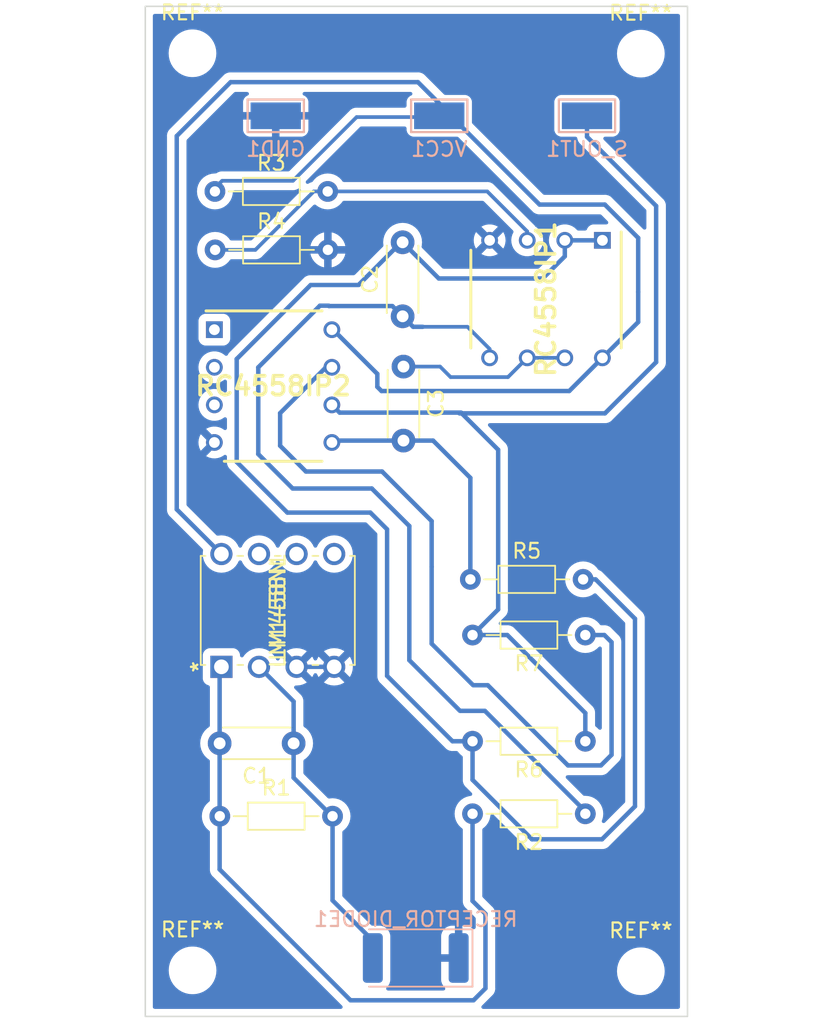
<source format=kicad_pcb>
(kicad_pcb (version 20211014) (generator pcbnew)
  (layers (0 "F.Cu" signal) (31 "B.Cu" signal) (34 "B.Paste" user) (35 "F.Paste" user) (36 "B.SilkS" user "B.Silkscreen") (37 "F.SilkS" user "F.Silkscreen") (38 "B.Mask" user) (39 "F.Mask" user) (44 "Edge.Cuts" user))
  (net 0 "")
  (net 1 "Net-(C1-Pad1)")
  (net 2 "/SIGNAL_2")
  (net 3 "Net-(C1-Pad2)")
  (net 4 "Net-(C3-Pad1)")
  (net 5 "/SIGNAL_1")
  (net 6 "/PWD_1.65")
  (net 7 "VCC")
  (net 8 "GND")
  (net 12 "Net-(R3-Pad2)")
  (net 13 "Net-(R6-Pad1)")
  (net 14 "Net-(R7-Pad1)")
  (footprint "Custom:MC1458N" (layer "F.Cu") (at 177.769127 152.510988 90)
    (fp_text reference "LM1458N1" (at 3.81 3.81 90) (layer "F.SilkS"))
    (fp_text value "LM1458N" (at 3.81 3.81 90) (layer "F.SilkS"))
    (fp_text user "*" (at 0 -1.5113 90) (layer "F.SilkS"))
    (fp_text user "*" (at 0 -1.5113 90) (layer "F.SilkS"))
    (fp_line (start 0.127 -1.397) (end 0.127 -1.08204) (layer "F.SilkS") (width 0.12))
    (fp_line (start 0.127 9.017) (end 7.493 9.017) (layer "F.SilkS") (width 0.12))
    (fp_line (start 7.493 6.545439) (end 7.493 6.154561) (layer "F.SilkS") (width 0.12))
    (fp_line (start 0.127 1.08204) (end 0.127 1.465439) (layer "F.SilkS") (width 0.12))
    (fp_line (start 0.127 3.614561) (end 0.127 4.005439) (layer "F.SilkS") (width 0.12))
    (fp_line (start 7.493 4.005439) (end 7.493 3.614561) (layer "F.SilkS") (width 0.12))
    (fp_line (start 7.493 9.017) (end 7.493 8.694561) (layer "F.SilkS") (width 0.12))
    (fp_line (start 0.127 8.694561) (end 0.127 9.017) (layer "F.SilkS") (width 0.12))
    (fp_line (start 7.493 -1.397) (end 0.127 -1.397) (layer "F.SilkS") (width 0.12))
    (fp_line (start 7.493 -1.074561) (end 7.493 -1.397) (layer "F.SilkS") (width 0.12))
    (fp_line (start 0.127 6.154561) (end 0.127 6.545439) (layer "F.SilkS") (width 0.12))
    (fp_line (start 7.493 1.465439) (end 7.493 1.074561) (layer "F.SilkS") (width 0.12))
    (pad "1" thru_hole rect locked (at 0 0 90) (size 1.4986 1.4986) (drill 0.9906) (layers *.Cu *.Mask) (net 3 "Net-(C1-Pad2)"))
    (pad "2" thru_hole circle locked (at 0 2.54 90) (size 1.4986 1.4986) (drill 0.9906) (layers *.Cu *.Mask) (net 1 "Net-(C1-Pad1)"))
    (pad "3" thru_hole circle locked (at 0 5.08 90) (size 1.4986 1.4986) (drill 0.9906) (layers *.Cu *.Mask) (net 8 "GND"))
    (pad "4" thru_hole circle locked (at 0 7.62 90) (size 1.4986 1.4986) (drill 0.9906) (layers *.Cu *.Mask) (net 8 "GND"))
    (pad "5" thru_hole circle locked (at 7.62 7.62 90) (size 1.4986 1.4986) (drill 0.9906) (layers *.Cu *.Mask))
    (pad "6" thru_hole circle locked (at 7.62 5.08 90) (size 1.4986 1.4986) (drill 0.9906) (layers *.Cu *.Mask))
    (pad "7" thru_hole circle locked (at 7.62 2.54 90) (size 1.4986 1.4986) (drill 0.9906) (layers *.Cu *.Mask))
    (pad "8" thru_hole circle locked (at 7.62 0 90) (size 1.4986 1.4986) (drill 0.9906) (layers *.Cu *.Mask) (net 7 "VCC"))
  )
  (footprint "MountingHole:MountingHole_2.2mm_M2_ISO7380" (layer "F.Cu") (at 175.814829 111.061317)
    (fp_text reference "REF**" (at 0 -2.75) (layer "F.SilkS"))
    (fp_text value "MountingHole_2.2mm_M2_ISO7380")
    (pad "" np_thru_hole circle (at 0 0) (size 2.2 2.2) (drill 2.2) (layers *.Cu *.Mask))
  )
  (footprint "MountingHole:MountingHole_2.2mm_M2_ISO7380" (layer "F.Cu") (at 175.821026 173.015894)
    (fp_text reference "REF**" (at 0 -2.75) (layer "F.SilkS"))
    (fp_text value "MountingHole_2.2mm_M2_ISO7380")
    (pad "" np_thru_hole circle (at 0 0) (size 2.2 2.2) (drill 2.2) (layers *.Cu *.Mask))
  )
  (footprint "Resistor_THT:R_Axial_DIN0204_L3.6mm_D1.6mm_P7.62mm_Horizontal" (layer "F.Cu") (at 177.343764 124.342925)
    (fp_text reference "R4" (at 3.81 -1.92) (layer "F.SilkS"))
    (fp_text value "10k")
    (fp_line (start 5.73 0.92) (end 5.73 -0.92) (layer "F.SilkS") (width 0.12))
    (fp_line (start 1.89 0.92) (end 5.73 0.92) (layer "F.SilkS") (width 0.12))
    (fp_line (start 5.73 -0.92) (end 1.89 -0.92) (layer "F.SilkS") (width 0.12))
    (fp_line (start 0.94 0) (end 1.89 0) (layer "F.SilkS") (width 0.12))
    (fp_line (start 6.68 0) (end 5.73 0) (layer "F.SilkS") (width 0.12))
    (fp_line (start 1.89 -0.92) (end 1.89 0.92) (layer "F.SilkS") (width 0.12))
    (pad "1" thru_hole circle (at 0 0) (size 1.4 1.4) (drill 0.7) (layers *.Cu *.Mask) (net 12 "Net-(R3-Pad2)"))
    (pad "2" thru_hole oval (at 7.62 0) (size 1.4 1.4) (drill 0.7) (layers *.Cu *.Mask) (net 8 "GND"))
  )
  (footprint "Resistor_THT:R_Axial_DIN0204_L3.6mm_D1.6mm_P7.62mm_Horizontal" (layer "F.Cu") (at 202.359337 157.53817 180)
    (fp_text reference "R6" (at 3.81 -1.92) (layer "F.SilkS"))
    (fp_text value "1k")
    (fp_line (start 5.73 0.92) (end 5.73 -0.92) (layer "F.SilkS") (width 0.12))
    (fp_line (start 5.73 -0.92) (end 1.89 -0.92) (layer "F.SilkS") (width 0.12))
    (fp_line (start 1.89 0.92) (end 5.73 0.92) (layer "F.SilkS") (width 0.12))
    (fp_line (start 1.89 -0.92) (end 1.89 0.92) (layer "F.SilkS") (width 0.12))
    (fp_line (start 0.94 0) (end 1.89 0) (layer "F.SilkS") (width 0.12))
    (fp_line (start 6.68 0) (end 5.73 0) (layer "F.SilkS") (width 0.12))
    (pad "1" thru_hole circle (at 0 0 180) (size 1.4 1.4) (drill 0.7) (layers *.Cu *.Mask) (net 13 "Net-(R6-Pad1)"))
    (pad "2" thru_hole oval (at 7.62 0 180) (size 1.4 1.4) (drill 0.7) (layers *.Cu *.Mask) (net 6 "/PWD_1.65"))
  )
  (footprint "Custom:DIP794W53P254L959H508Q8N" (layer "F.Cu") (at 181.264626 133.54483)
    (fp_text reference "RC4558IP2" (at 0 0) (layer "F.SilkS") (effects (font (size 1.27 1.27) (thickness 0.254))))
    (fp_text value "RC4558IP" hide)
    (fp_line (start -3.3 5.08) (end 3.3 5.08) (layer "F.SilkS") (width 0.2))
    (fp_line (start -4.535 -5.08) (end 3.3 -5.08) (layer "F.SilkS") (width 0.2))
    (pad "1" thru_hole rect locked (at -3.97 -3.81) (size 1.13 1.13) (drill 0.73) (layers *.Cu *.Mask))
    (pad "2" thru_hole circle locked (at -3.97 -1.27) (size 1.13 1.13) (drill 0.73) (layers *.Cu *.Mask))
    (pad "3" thru_hole circle locked (at -3.97 1.27) (size 1.13 1.13) (drill 0.73) (layers *.Cu *.Mask))
    (pad "4" thru_hole circle locked (at -3.97 3.81) (size 1.13 1.13) (drill 0.73) (layers *.Cu *.Mask) (net 8 "GND"))
    (pad "5" thru_hole circle locked (at 3.97 3.81) (size 1.13 1.13) (drill 0.73) (layers *.Cu *.Mask) (net 2 "/SIGNAL_2"))
    (pad "6" thru_hole circle locked (at 3.97 1.27) (size 1.13 1.13) (drill 0.73) (layers *.Cu *.Mask) (net 13 "Net-(R6-Pad1)"))
    (pad "7" thru_hole circle locked (at 3.97 -1.27) (size 1.13 1.13) (drill 0.73) (layers *.Cu *.Mask) (net 14 "Net-(R7-Pad1)"))
    (pad "8" thru_hole circle locked (at 3.97 -3.81) (size 1.13 1.13) (drill 0.73) (layers *.Cu *.Mask) (net 7 "VCC"))
  )
  (footprint "Resistor_THT:R_Axial_DIN0204_L3.6mm_D1.6mm_P7.62mm_Horizontal" (layer "F.Cu") (at 202.359337 150.36357 180)
    (fp_text reference "R7" (at 3.81 -1.92) (layer "F.SilkS"))
    (fp_text value "100k")
    (fp_line (start 5.73 0.92) (end 5.73 -0.92) (layer "F.SilkS") (width 0.12))
    (fp_line (start 6.68 0) (end 5.73 0) (layer "F.SilkS") (width 0.12))
    (fp_line (start 5.73 -0.92) (end 1.89 -0.92) (layer "F.SilkS") (width 0.12))
    (fp_line (start 1.89 0.92) (end 5.73 0.92) (layer "F.SilkS") (width 0.12))
    (fp_line (start 0.94 0) (end 1.89 0) (layer "F.SilkS") (width 0.12))
    (fp_line (start 1.89 -0.92) (end 1.89 0.92) (layer "F.SilkS") (width 0.12))
    (pad "1" thru_hole circle (at 0 0 180) (size 1.4 1.4) (drill 0.7) (layers *.Cu *.Mask) (net 14 "Net-(R7-Pad1)"))
    (pad "2" thru_hole oval (at 7.62 0 180) (size 1.4 1.4) (drill 0.7) (layers *.Cu *.Mask) (net 13 "Net-(R6-Pad1)"))
  )
  (footprint "Capacitor_THT:C_Disc_D4.3mm_W1.9mm_P5.00mm" (layer "F.Cu") (at 182.649484 157.677955 180)
    (fp_text reference "C1" (at 2.5 -2.2 180) (layer "F.SilkS"))
    (fp_text value "15p")
    (fp_line (start 4.77 -1.07) (end 4.77 -1.055) (layer "F.SilkS") (width 0.12))
    (fp_line (start 0.23 1.055) (end 0.23 1.07) (layer "F.SilkS") (width 0.12))
    (fp_line (start 0.23 -1.07) (end 4.77 -1.07) (layer "F.SilkS") (width 0.12))
    (fp_line (start 0.23 1.07) (end 4.77 1.07) (layer "F.SilkS") (width 0.12))
    (fp_line (start 0.23 -1.07) (end 0.23 -1.055) (layer "F.SilkS") (width 0.12))
    (fp_line (start 4.77 1.055) (end 4.77 1.07) (layer "F.SilkS") (width 0.12))
    (pad "1" thru_hole circle (at 0 0 180) (size 1.6 1.6) (drill 0.8) (layers *.Cu *.Mask) (net 1 "Net-(C1-Pad1)"))
    (pad "2" thru_hole circle (at 5 0 180) (size 1.6 1.6) (drill 0.8) (layers *.Cu *.Mask) (net 3 "Net-(C1-Pad2)"))
  )
  (footprint "MountingHole:MountingHole_2.2mm_M2_ISO7380" (layer "F.Cu") (at 206.111167 111.086908)
    (fp_text reference "REF**" (at 0 -2.75) (layer "F.SilkS"))
    (fp_text value "MountingHole_2.2mm_M2_ISO7380")
    (pad "" np_thru_hole circle (at 0 0) (size 2.2 2.2) (drill 2.2) (layers *.Cu *.Mask))
  )
  (footprint "MountingHole:MountingHole_2.2mm_M2_ISO7380" (layer "F.Cu") (at 206.111167 173.075104)
    (fp_text reference "REF**" (at 0 -2.75) (layer "F.SilkS"))
    (fp_text value "MountingHole_2.2mm_M2_ISO7380")
    (pad "" np_thru_hole circle (at 0 0) (size 2.2 2.2) (drill 2.2) (layers *.Cu *.Mask))
  )
  (footprint "Resistor_THT:R_Axial_DIN0204_L3.6mm_D1.6mm_P7.62mm_Horizontal" (layer "F.Cu") (at 194.59087 146.60241)
    (fp_text reference "R5" (at 3.81 -1.92) (layer "F.SilkS"))
    (fp_text value "25k")
    (fp_line (start 1.89 0.92) (end 5.73 0.92) (layer "F.SilkS") (width 0.12))
    (fp_line (start 0.94 0) (end 1.89 0) (layer "F.SilkS") (width 0.12))
    (fp_line (start 1.89 -0.92) (end 1.89 0.92) (layer "F.SilkS") (width 0.12))
    (fp_line (start 6.68 0) (end 5.73 0) (layer "F.SilkS") (width 0.12))
    (fp_line (start 5.73 0.92) (end 5.73 -0.92) (layer "F.SilkS") (width 0.12))
    (fp_line (start 5.73 -0.92) (end 1.89 -0.92) (layer "F.SilkS") (width 0.12))
    (pad "1" thru_hole circle (at 0 0) (size 1.4 1.4) (drill 0.7) (layers *.Cu *.Mask) (net 2 "/SIGNAL_2"))
    (pad "2" thru_hole oval (at 7.62 0) (size 1.4 1.4) (drill 0.7) (layers *.Cu *.Mask) (net 6 "/PWD_1.65"))
  )
  (footprint "Custom:DIP794W53P254L959H508Q8N" (layer "F.Cu") (at 199.703646 127.6681 -90)
    (fp_text reference "RC4558IP1" (at 0 0 90) (layer "F.SilkS") (effects (font (size 1.27 1.27) (thickness 0.254))))
    (fp_text value "RC4558IP" hide)
    (fp_line (start -4.535 -5.08) (end 3.3 -5.08) (layer "F.SilkS") (width 0.2))
    (fp_line (start -3.3 5.08) (end 3.3 5.08) (layer "F.SilkS") (width 0.2))
    (pad "1" thru_hole rect locked (at -3.97 -3.81 270) (size 1.13 1.13) (drill 0.73) (layers *.Cu *.Mask) (net 6 "/PWD_1.65"))
    (pad "2" thru_hole circle locked (at -3.97 -1.27 270) (size 1.13 1.13) (drill 0.73) (layers *.Cu *.Mask) (net 6 "/PWD_1.65"))
    (pad "3" thru_hole circle locked (at -3.97 1.27 270) (size 1.13 1.13) (drill 0.73) (layers *.Cu *.Mask) (net 12 "Net-(R3-Pad2)"))
    (pad "4" thru_hole circle locked (at -3.97 3.81 270) (size 1.13 1.13) (drill 0.73) (layers *.Cu *.Mask) (net 8 "GND"))
    (pad "5" thru_hole circle locked (at 3.97 3.81 270) (size 1.13 1.13) (drill 0.73) (layers *.Cu *.Mask) (net 5 "/SIGNAL_1"))
    (pad "6" thru_hole circle locked (at 3.97 1.27 270) (size 1.13 1.13) (drill 0.73) (layers *.Cu *.Mask) (net 4 "Net-(C3-Pad1)"))
    (pad "7" thru_hole circle locked (at 3.97 -1.27 270) (size 1.13 1.13) (drill 0.73) (layers *.Cu *.Mask) (net 4 "Net-(C3-Pad1)"))
    (pad "8" thru_hole circle locked (at 3.97 -3.81 270) (size 1.13 1.13) (drill 0.73) (layers *.Cu *.Mask) (net 7 "VCC"))
  )
  (footprint "Capacitor_THT:C_Disc_D4.3mm_W1.9mm_P5.00mm" (layer "F.Cu") (at 190.071528 132.228033 -90)
    (fp_text reference "C3" (at 2.5 -2.2 -90) (layer "F.SilkS"))
    (fp_text value "10u")
    (fp_line (start 0.23 -1.07) (end 0.23 -1.055) (layer "F.SilkS") (width 0.12))
    (fp_line (start 0.23 1.07) (end 4.77 1.07) (layer "F.SilkS") (width 0.12))
    (fp_line (start 0.23 1.055) (end 0.23 1.07) (layer "F.SilkS") (width 0.12))
    (fp_line (start 4.77 -1.07) (end 4.77 -1.055) (layer "F.SilkS") (width 0.12))
    (fp_line (start 0.23 -1.07) (end 4.77 -1.07) (layer "F.SilkS") (width 0.12))
    (fp_line (start 4.77 1.055) (end 4.77 1.07) (layer "F.SilkS") (width 0.12))
    (pad "1" thru_hole circle (at 0 0 270) (size 1.6 1.6) (drill 0.8) (layers *.Cu *.Mask) (net 4 "Net-(C3-Pad1)"))
    (pad "2" thru_hole circle (at 5 0 270) (size 1.6 1.6) (drill 0.8) (layers *.Cu *.Mask) (net 2 "/SIGNAL_2"))
  )
  (footprint "Capacitor_THT:C_Disc_D4.3mm_W1.9mm_P5.00mm" (layer "F.Cu") (at 190.013791 128.831091 90)
    (fp_text reference "C2" (at 2.5 -2.2 90) (layer "F.SilkS"))
    (fp_text value "100n")
    (fp_line (start 0.23 1.07) (end 4.77 1.07) (layer "F.SilkS") (width 0.12))
    (fp_line (start 4.77 1.055) (end 4.77 1.07) (layer "F.SilkS") (width 0.12))
    (fp_line (start 0.23 -1.07) (end 4.77 -1.07) (layer "F.SilkS") (width 0.12))
    (fp_line (start 0.23 1.055) (end 0.23 1.07) (layer "F.SilkS") (width 0.12))
    (fp_line (start 0.23 -1.07) (end 0.23 -1.055) (layer "F.SilkS") (width 0.12))
    (fp_line (start 4.77 -1.07) (end 4.77 -1.055) (layer "F.SilkS") (width 0.12))
    (pad "1" thru_hole circle (at 0 0 90) (size 1.6 1.6) (drill 0.8) (layers *.Cu *.Mask) (net 5 "/SIGNAL_1"))
    (pad "2" thru_hole circle (at 5 0 90) (size 1.6 1.6) (drill 0.8) (layers *.Cu *.Mask) (net 6 "/PWD_1.65"))
  )
  (footprint "Resistor_THT:R_Axial_DIN0204_L3.6mm_D1.6mm_P7.62mm_Horizontal" (layer "F.Cu") (at 177.660241 162.601163)
    (fp_text reference "R1" (at 3.81 -1.92) (layer "F.SilkS"))
    (fp_text value "100k")
    (fp_line (start 0.94 0) (end 1.89 0) (layer "F.SilkS") (width 0.12))
    (fp_line (start 6.68 0) (end 5.73 0) (layer "F.SilkS") (width 0.12))
    (fp_line (start 5.73 -0.92) (end 1.89 -0.92) (layer "F.SilkS") (width 0.12))
    (fp_line (start 5.73 0.92) (end 5.73 -0.92) (layer "F.SilkS") (width 0.12))
    (fp_line (start 1.89 0.92) (end 5.73 0.92) (layer "F.SilkS") (width 0.12))
    (fp_line (start 1.89 -0.92) (end 1.89 0.92) (layer "F.SilkS") (width 0.12))
    (pad "1" thru_hole circle (at 0 0) (size 1.4 1.4) (drill 0.7) (layers *.Cu *.Mask) (net 3 "Net-(C1-Pad2)"))
    (pad "2" thru_hole oval (at 7.62 0) (size 1.4 1.4) (drill 0.7) (layers *.Cu *.Mask) (net 1 "Net-(C1-Pad1)"))
  )
  (footprint "Resistor_THT:R_Axial_DIN0204_L3.6mm_D1.6mm_P7.62mm_Horizontal" (layer "F.Cu") (at 177.331371 120.395159)
    (fp_text reference "R3" (at 3.81 -1.92) (layer "F.SilkS"))
    (fp_text value "10k")
    (fp_line (start 5.73 -0.92) (end 1.89 -0.92) (layer "F.SilkS") (width 0.12))
    (fp_line (start 1.89 -0.92) (end 1.89 0.92) (layer "F.SilkS") (width 0.12))
    (fp_line (start 1.89 0.92) (end 5.73 0.92) (layer "F.SilkS") (width 0.12))
    (fp_line (start 6.68 0) (end 5.73 0) (layer "F.SilkS") (width 0.12))
    (fp_line (start 0.94 0) (end 1.89 0) (layer "F.SilkS") (width 0.12))
    (fp_line (start 5.73 0.92) (end 5.73 -0.92) (layer "F.SilkS") (width 0.12))
    (pad "1" thru_hole circle (at 0 0) (size 1.4 1.4) (drill 0.7) (layers *.Cu *.Mask) (net 7 "VCC"))
    (pad "2" thru_hole oval (at 7.62 0) (size 1.4 1.4) (drill 0.7) (layers *.Cu *.Mask) (net 12 "Net-(R3-Pad2)"))
  )
  (footprint "Resistor_THT:R_Axial_DIN0204_L3.6mm_D1.6mm_P7.62mm_Horizontal" (layer "F.Cu") (at 202.359337 162.437577 180)
    (fp_text reference "R2" (at 3.81 -1.92) (layer "F.SilkS"))
    (fp_text value "330k")
    (fp_line (start 5.73 -0.92) (end 1.89 -0.92) (layer "F.SilkS") (width 0.12))
    (fp_line (start 6.68 0) (end 5.73 0) (layer "F.SilkS") (width 0.12))
    (fp_line (start 5.73 0.92) (end 5.73 -0.92) (layer "F.SilkS") (width 0.12))
    (fp_line (start 1.89 -0.92) (end 1.89 0.92) (layer "F.SilkS") (width 0.12))
    (fp_line (start 1.89 0.92) (end 5.73 0.92) (layer "F.SilkS") (width 0.12))
    (fp_line (start 0.94 0) (end 1.89 0) (layer "F.SilkS") (width 0.12))
    (pad "1" thru_hole circle (at 0 0 180) (size 1.4 1.4) (drill 0.7) (layers *.Cu *.Mask) (net 5 "/SIGNAL_1"))
    (pad "2" thru_hole oval (at 7.62 0 180) (size 1.4 1.4) (drill 0.7) (layers *.Cu *.Mask) (net 3 "Net-(C1-Pad2)"))
  )
  (footprint "TestPoint:TestPoint_Keystone_5015_Micro-Minature" (layer "B.Cu") (at 202.472546 115.286388)
    (fp_text reference "S_OUT1" (at 0 2.25) (layer "B.SilkS") (effects (justify mirror)))
    (fp_text value "SIGNAL_OUT")
    (fp_line (start -1.9 1.1) (end 1.9 1.1) (layer "B.SilkS") (width 0.15))
    (fp_line (start 1.9 -1.1) (end -1.9 -1.1) (layer "B.SilkS") (width 0.15))
    (fp_line (start 1.9 1.1) (end 1.9 -1.1) (layer "B.SilkS") (width 0.15))
    (fp_line (start -1.9 -1.1) (end -1.9 1.1) (layer "B.SilkS") (width 0.15))
    (pad "1" smd rect (at 0 0) (size 3.4 1.8) (layers "B.Cu" "B.Paste" "B.Mask") (net 13 "Net-(R6-Pad1)"))
  )
  (footprint "TestPoint:TestPoint_Keystone_5015_Micro-Minature" (layer "B.Cu") (at 192.489154 115.286388)
    (fp_text reference "VCC1" (at 0 2.25) (layer "B.SilkS") (effects (justify mirror)))
    (fp_text value "TestPoint")
    (fp_line (start -1.9 -1.1) (end -1.9 1.1) (layer "B.SilkS") (width 0.15))
    (fp_line (start 1.9 -1.1) (end -1.9 -1.1) (layer "B.SilkS") (width 0.15))
    (fp_line (start 1.9 1.1) (end 1.9 -1.1) (layer "B.SilkS") (width 0.15))
    (fp_line (start -1.9 1.1) (end 1.9 1.1) (layer "B.SilkS") (width 0.15))
    (pad "1" smd rect (at 0 0) (size 3.4 1.8) (layers "B.Cu" "B.Paste" "B.Mask") (net 7 "VCC"))
  )
  (footprint "LED_SMD:LED_2512_6332Metric" (layer "B.Cu") (at 190.899369 172.180551 180)
    (fp_text reference "RECEPTOR_DIODE1" (at 0 2.62) (layer "B.SilkS") (effects (justify mirror)))
    (fp_text value "D_Photo")
    (fp_line (start 3.15 1.935) (end -3.835 1.935) (layer "B.SilkS") (width 0.12))
    (fp_line (start -3.835 -1.935) (end 3.15 -1.935) (layer "B.SilkS") (width 0.12))
    (fp_line (start -3.835 1.935) (end -3.835 -1.935) (layer "B.SilkS") (width 0.12))
    (pad "1" smd roundrect (at -2.9 0 180) (size 1.35 3.35) (layers "B.Cu" "B.Paste" "B.Mask") (roundrect_rratio 0.185185) (net 8 "GND"))
    (pad "2" smd roundrect (at 2.9 0 180) (size 1.35 3.35) (layers "B.Cu" "B.Paste" "B.Mask") (roundrect_rratio 0.185185) (net 1 "Net-(C1-Pad1)"))
  )
  (footprint "TestPoint:TestPoint_Keystone_5015_Micro-Minature" (layer "B.Cu") (at 181.441249 115.286388)
    (fp_text reference "GND1" (at 0 2.25) (layer "B.SilkS") (effects (justify mirror)))
    (fp_text value "TestPoint")
    (fp_line (start 1.9 -1.1) (end -1.9 -1.1) (layer "B.SilkS") (width 0.15))
    (fp_line (start 1.9 1.1) (end 1.9 -1.1) (layer "B.SilkS") (width 0.15))
    (fp_line (start -1.9 1.1) (end 1.9 1.1) (layer "B.SilkS") (width 0.15))
    (fp_line (start -1.9 -1.1) (end -1.9 1.1) (layer "B.SilkS") (width 0.15))
    (pad "1" smd rect (at 0 0) (size 3.4 1.8) (layers "B.Cu" "B.Paste" "B.Mask") (net 8 "GND"))
  )
  (gr_rect (start 209.263591 176.128152) (end 172.627492 107.892348) (layer "Edge.Cuts") (width 0.1) (fill none))
  (segment (start 185.280241 162.601163) (end 185.280241 168.289138) (width 0.3) (layer "B.Cu") (net 1))
  (segment (start 182.649484 160.003936) (end 185.246711 162.601163) (width 0.3) (layer "B.Cu") (net 1))
  (segment (start 185.280241 168.289138) (end 187.999369 171.008266) (width 0.3) (layer "B.Cu") (net 1))
  (segment (start 187.999369 171.008266) (end 187.999369 172.180551) (width 0.3) (layer "B.Cu") (net 1))
  (segment (start 180.309127 152.510988) (end 182.649484 154.851345) (width 0.3) (layer "B.Cu") (net 1))
  (segment (start 182.649484 154.851345) (end 182.649484 160.003936) (width 0.3) (layer "B.Cu") (net 1))
  (segment (start 185.246711 162.601163) (end 185.280241 162.601163) (width 0.3) (layer "B.Cu") (net 1))
  (segment (start 185.234626 137.35483) (end 185.361423 137.228033) (width 0.3) (layer "B.Cu") (net 2))
  (segment (start 185.361423 137.228033) (end 192.073302 137.228033) (width 0.3) (layer "B.Cu") (net 2))
  (segment (start 192.073302 137.228033) (end 194.59087 139.745601) (width 0.3) (layer "B.Cu") (net 2))
  (segment (start 194.59087 139.745601) (end 194.59087 146.60241) (width 0.3) (layer "B.Cu") (net 2))
  (segment (start 194.739337 168.326113) (end 194.739337 162.437577) (width 0.3) (layer "B.Cu") (net 3))
  (segment (start 177.649484 166.195854) (end 186.490929 175.037299) (width 0.3) (layer "B.Cu") (net 3))
  (segment (start 194.805073 175.037299) (end 195.612126 174.230246) (width 0.3) (layer "B.Cu") (net 3))
  (segment (start 177.769127 152.510988) (end 177.649484 152.630631) (width 0.3) (layer "B.Cu") (net 3))
  (segment (start 177.649484 152.630631) (end 177.649484 166.195854) (width 0.3) (layer "B.Cu") (net 3))
  (segment (start 195.612126 169.198902) (end 194.739337 168.326113) (width 0.3) (layer "B.Cu") (net 3))
  (segment (start 186.490929 175.037299) (end 194.805073 175.037299) (width 0.3) (layer "B.Cu") (net 3))
  (segment (start 195.612126 174.230246) (end 195.612126 169.198902) (width 0.3) (layer "B.Cu") (net 3))
  (segment (start 193.255751 132.938674) (end 192.54511 132.228033) (width 0.25) (layer "B.Cu") (net 4))
  (segment (start 192.54511 132.228033) (end 190.071528 132.228033) (width 0.25) (layer "B.Cu") (net 4))
  (segment (start 197.133072 132.938674) (end 193.255751 132.938674) (width 0.25) (layer "B.Cu") (net 4))
  (segment (start 198.433646 131.6381) (end 197.133072 132.938674) (width 0.25) (layer "B.Cu") (net 4))
  (segment (start 200.973646 131.6381) (end 198.433646 131.6381) (width 0.25) (layer "B.Cu") (net 4))
  (segment (start 189.320946 128.138246) (end 185.040152 128.138246) (width 0.3) (layer "B.Cu") (net 5))
  (segment (start 195.893646 131.036994) (end 195.893646 131.6381) (width 0.25) (layer "B.Cu") (net 5))
  (segment (start 185.040152 128.138246) (end 185.015407 128.113501) (width 0.3) (layer "B.Cu") (net 5))
  (segment (start 190.7227 129.54) (end 189.320946 128.138246) (width 0.3) (layer "B.Cu") (net 5))
  (segment (start 187.93263 140.464412) (end 190.466574 142.998356) (width 0.3) (layer "B.Cu") (net 5))
  (segment (start 194.396652 129.54) (end 195.893646 131.036994) (width 0.25) (layer "B.Cu") (net 5))
  (segment (start 202.359337 162.272397) (end 195.571318 155.484378) (width 0.3) (layer "B.Cu") (net 5))
  (segment (start 190.466574 152.062491) (end 193.882535 155.478452) (width 0.3) (layer "B.Cu") (net 5))
  (segment (start 191.37529 129.54) (end 194.396652 129.54) (width 0.25) (layer "B.Cu") (net 5))
  (segment (start 195.571318 155.484378) (end 193.913438 155.484378) (width 0.3) (layer "B.Cu") (net 5))
  (segment (start 202.359337 162.437577) (end 202.359337 162.272397) (width 0.3) (layer "B.Cu") (net 5))
  (segment (start 185.015407 128.113501) (end 184.426966 128.113501) (width 0.3) (layer "B.Cu") (net 5))
  (segment (start 180.260475 132.279992) (end 180.260475 138.141003) (width 0.3) (layer "B.Cu") (net 5))
  (segment (start 191.37529 129.54) (end 190.7227 129.54) (width 0.3) (layer "B.Cu") (net 5))
  (segment (start 190.466574 142.998356) (end 190.466574 152.062491) (width 0.3) (layer "B.Cu") (net 5))
  (segment (start 180.260475 138.141003) (end 182.583884 140.464412) (width 0.3) (layer "B.Cu") (net 5))
  (segment (start 182.583884 140.464412) (end 187.93263 140.464412) (width 0.3) (layer "B.Cu") (net 5))
  (segment (start 184.426966 128.113501) (end 180.260475 132.279992) (width 0.3) (layer "B.Cu") (net 5))
  (segment (start 200.973646 124.779476) (end 200.973646 123.6981) (width 0.3) (layer "B.Cu") (net 6))
  (segment (start 203.05583 146.60241) (end 205.715255 149.261835) (width 0.3) (layer "B.Cu") (net 6))
  (segment (start 202.21087 146.60241) (end 203.05583 146.60241) (width 0.3) (layer "B.Cu") (net 6))
  (segment (start 188.965842 143.223858) (end 187.833517 142.091533) (width 0.3) (layer "B.Cu") (net 6))
  (segment (start 194.739337 160.145671) (end 194.739337 157.53817) (width 0.3) (layer "B.Cu") (net 6))
  (segment (start 198.754675 164.161009) (end 194.739337 160.145671) (width 0.3) (layer "B.Cu") (net 6))
  (segment (start 205.715255 149.261835) (end 205.715255 161.934006) (width 0.3) (layer "B.Cu") (net 6))
  (segment (start 178.802765 131.714171) (end 183.800438 126.716498) (width 0.3) (layer "B.Cu") (net 6))
  (segment (start 189.916429 123.831091) (end 190.013791 123.831091) (width 0.3) (layer "B.Cu") (net 6))
  (segment (start 187.031022 126.716498) (end 189.916429 123.831091) (width 0.3) (layer "B.Cu") (net 6))
  (segment (start 188.965842 153.122341) (end 188.965842 143.223858) (width 0.3) (layer "B.Cu") (net 6))
  (segment (start 205.715255 161.934006) (end 203.488252 164.161009) (width 0.3) (layer "B.Cu") (net 6))
  (segment (start 200.973646 123.6981) (end 203.513646 123.6981) (width 0.3) (layer "B.Cu") (net 6))
  (segment (start 203.488252 164.161009) (end 198.754675 164.161009) (width 0.3) (layer "B.Cu") (net 6))
  (segment (start 190.013791 123.831091) (end 192.459451 126.276751) (width 0.3) (layer "B.Cu") (net 6))
  (segment (start 178.802765 138.668463) (end 178.802765 131.714171) (width 0.3) (layer "B.Cu") (net 6))
  (segment (start 199.476371 126.276751) (end 200.973646 124.779476) (width 0.3) (layer "B.Cu") (net 6))
  (segment (start 183.800438 126.716498) (end 187.031022 126.716498) (width 0.3) (layer "B.Cu") (net 6))
  (segment (start 192.459451 126.276751) (end 199.476371 126.276751) (width 0.3) (layer "B.Cu") (net 6))
  (segment (start 182.225835 142.091533) (end 178.802765 138.668463) (width 0.3) (layer "B.Cu") (net 6))
  (segment (start 193.381671 157.53817) (end 188.965842 153.122341) (width 0.3) (layer "B.Cu") (net 6))
  (segment (start 194.739337 157.53817) (end 193.381671 157.53817) (width 0.3) (layer "B.Cu") (net 6))
  (segment (start 187.833517 142.091533) (end 182.225835 142.091533) (width 0.3) (layer "B.Cu") (net 6))
  (segment (start 191.050625 113.013512) (end 178.389797 113.013512) (width 0.3) (layer "B.Cu") (net 7))
  (segment (start 193.323501 115.286388) (end 193.237189 115.3727) (width 0.25) (layer "B.Cu") (net 7))
  (segment (start 188.305556 133.597228) (end 188.587293 133.878965) (width 0.3) (layer "B.Cu") (net 7))
  (segment (start 205.931873 123.535772) (end 205.931873 127.173211) (width 0.3) (layer "B.Cu") (net 7))
  (segment (start 193.323501 115.286388) (end 191.050625 113.013512) (width 0.3) (layer "B.Cu") (net 7))
  (segment (start 186.905889 115.3727) (end 182.602695 119.675894) (width 0.25) (layer "B.Cu") (net 7))
  (segment (start 193.323501 115.341716) (end 199.26581 121.284025) (width 0.3) (layer "B.Cu") (net 7))
  (segment (start 203.680126 121.284025) (end 205.931873 123.535772) (width 0.3) (layer "B.Cu") (net 7))
  (segment (start 185.317463 129.73483) (end 188.305556 132.722923) (width 0.3) (layer "B.Cu") (net 7))
  (segment (start 188.587293 133.878965) (end 201.272781 133.878965) (width 0.3) (layer "B.Cu") (net 7))
  (segment (start 201.272781 133.878965) (end 205.931873 129.219873) (width 0.3) (layer "B.Cu") (net 7))
  (segment (start 182.602695 119.675894) (end 177.820471 119.675894) (width 0.25) (layer "B.Cu") (net 7))
  (segment (start 193.323501 115.286388) (end 193.323501 115.341716) (width 0.3) (layer "B.Cu") (net 7))
  (segment (start 178.389797 113.013512) (end 174.751438 116.651871) (width 0.3) (layer "B.Cu") (net 7))
  (segment (start 188.305556 132.722923) (end 188.305556 133.597228) (width 0.3) (layer "B.Cu") (net 7))
  (segment (start 199.26581 121.284025) (end 203.680126 121.284025) (width 0.3) (layer "B.Cu") (net 7))
  (segment (start 174.751438 116.651871) (end 174.751438 141.873299) (width 0.3) (layer "B.Cu") (net 7))
  (segment (start 193.237189 115.3727) (end 186.905889 115.3727) (width 0.25) (layer "B.Cu") (net 7))
  (segment (start 177.820471 119.675894) (end 177.446453 120.049912) (width 0.25) (layer "B.Cu") (net 7))
  (segment (start 174.751438 141.873299) (end 177.769127 144.890988) (width 0.3) (layer "B.Cu") (net 7))
  (segment (start 205.931873 129.219873) (end 205.931873 127.197955) (width 0.3) (layer "B.Cu") (net 7))
  (segment (start 185.234626 129.73483) (end 185.317463 129.73483) (width 0.3) (layer "B.Cu") (net 7))
  (segment (start 176.997647 137.651809) (end 177.294626 137.35483) (width 0.3) (layer "B.Cu") (net 8))
  (segment (start 182.849127 152.510988) (end 185.389127 152.510988) (width 0.3) (layer "B.Cu") (net 8))
  (segment (start 184.963764 124.342925) (end 184.825853 124.480836) (width 0.3) (layer "B.Cu") (net 8))
  (segment (start 184.012036 120.395159) (end 180.06427 124.342925) (width 0.25) (layer "B.Cu") (net 12))
  (segment (start 195.731811 120.395159) (end 184.012036 120.395159) (width 0.25) (layer "B.Cu") (net 12))
  (segment (start 180.06427 124.342925) (end 177.343764 124.342925) (width 0.25) (layer "B.Cu") (net 12))
  (segment (start 198.433646 123.096994) (end 195.731811 120.395159) (width 0.25) (layer "B.Cu") (net 12))
  (segment (start 198.433646 123.6981) (end 198.433646 123.096994) (width 0.25) (layer "B.Cu") (net 12))
  (segment (start 193.960314 135.337589) (end 196.470801 137.848076) (width 0.3) (layer "B.Cu") (net 13))
  (segment (start 202.359337 155.632622) (end 202.359337 157.53817) (width 0.3) (layer "B.Cu") (net 13))
  (segment (start 197.090285 150.36357) (end 202.359337 155.632622) (width 0.3) (layer "B.Cu") (net 13))
  (segment (start 196.470801 148.632106) (end 194.739337 150.36357) (width 0.3) (layer "B.Cu") (net 13))
  (segment (start 185.757385 135.337589) (end 193.960314 135.337589) (width 0.3) (layer "B.Cu") (net 13))
  (segment (start 202.472546 115.286388) (end 202.472546 116.704335) (width 0.3) (layer "B.Cu") (net 13))
  (segment (start 194.739337 150.36357) (end 197.090285 150.36357) (width 0.3) (layer "B.Cu") (net 13))
  (segment (start 203.686208 135.387078) (end 193.862649 135.387078) (width 0.3) (layer "B.Cu") (net 13))
  (segment (start 207.144352 131.928934) (end 203.686208 135.387078) (width 0.3) (layer "B.Cu") (net 13))
  (segment (start 193.862649 135.387078) (end 193.837905 135.362334) (width 0.3) (layer "B.Cu") (net 13))
  (segment (start 207.144352 121.376141) (end 207.144352 131.928934) (width 0.3) (layer "B.Cu") (net 13))
  (segment (start 202.472546 116.704335) (end 207.144352 121.376141) (width 0.3) (layer "B.Cu") (net 13))
  (segment (start 185.234626 134.81483) (end 185.757385 135.337589) (width 0.3) (layer "B.Cu") (net 13))
  (segment (start 196.470801 137.848076) (end 196.470801 148.632106) (width 0.3) (layer "B.Cu") (net 13))
  (segment (start 181.737365 135.371664) (end 184.834199 132.27483) (width 0.3) (layer "B.Cu") (net 14))
  (segment (start 203.648132 150.36357) (end 204.132908 150.848346) (width 0.3) (layer "B.Cu") (net 14))
  (segment (start 181.737365 137.575181) (end 181.737365 135.371664) (width 0.3) (layer "B.Cu") (net 14))
  (segment (start 184.834199 132.27483) (end 185.234626 132.27483) (width 0.3) (layer "B.Cu") (net 14))
  (segment (start 194.722624 153.695394) (end 193.683356 152.656126) (width 0.3) (layer "B.Cu") (net 14))
  (segment (start 183.478576 139.316392) (end 181.737365 137.575181) (width 0.3) (layer "B.Cu") (net 14))
  (segment (start 191.975987 145.752416) (end 191.975987 142.666451) (width 0.3) (layer "B.Cu") (net 14))
  (segment (start 204.132908 150.848346) (end 204.132908 158.453715) (width 0.3) (layer "B.Cu") (net 14))
  (segment (start 204.132908 158.453715) (end 203.415318 159.171305) (width 0.3) (layer "B.Cu") (net 14))
  (segment (start 188.625928 139.316392) (end 183.478576 139.316392) (width 0.3) (layer "B.Cu") (net 14))
  (segment (start 203.415318 159.171305) (end 201.188315 159.171305) (width 0.3) (layer "B.Cu") (net 14))
  (segment (start 191.975987 150.948756) (end 191.975987 145.757701) (width 0.3) (layer "B.Cu") (net 14))
  (segment (start 202.359337 150.36357) (end 203.648132 150.36357) (width 0.3) (layer "B.Cu") (net 14))
  (segment (start 201.188315 159.171305) (end 195.769275 153.752265) (width 0.3) (layer "B.Cu") (net 14))
  (segment (start 191.975987 142.666451) (end 188.625928 139.316392) (width 0.3) (layer "B.Cu") (net 14))
  (segment (start 193.65237 152.625139) (end 191.975987 150.948756) (width 0.3) (layer "B.Cu") (net 14))
  (segment (start 195.769275 153.752265) (end 194.779495 153.752265) (width 0.3) (layer "B.Cu") (net 14))
  (zone (net 8) (net_name "GND") (layer "B.Cu") (connect_pads (clearance 0.508)) (min_thickness 0.254) (fill yes (thermal_gap 0.508) (thermal_bridge_width 0.508))
    (polygon (pts (xy 209.225788 176.095813) (xy 172.653148 176.106811) (xy 172.625502 107.897035) (xy 209.251042 107.893777)))
  )
)
</source>
